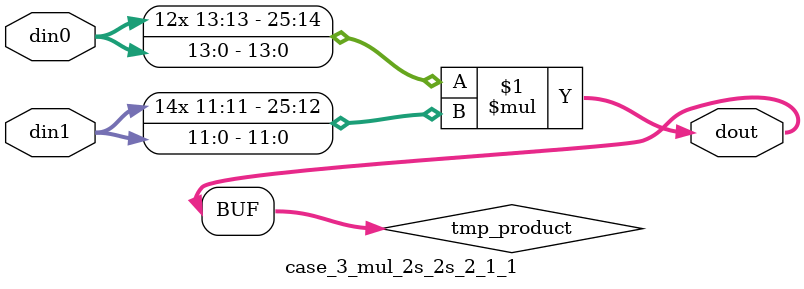
<source format=v>

`timescale 1 ns / 1 ps

 module case_3_mul_2s_2s_2_1_1(din0, din1, dout);
parameter ID = 1;
parameter NUM_STAGE = 0;
parameter din0_WIDTH = 14;
parameter din1_WIDTH = 12;
parameter dout_WIDTH = 26;

input [din0_WIDTH - 1 : 0] din0; 
input [din1_WIDTH - 1 : 0] din1; 
output [dout_WIDTH - 1 : 0] dout;

wire signed [dout_WIDTH - 1 : 0] tmp_product;



























assign tmp_product = $signed(din0) * $signed(din1);








assign dout = tmp_product;





















endmodule

</source>
